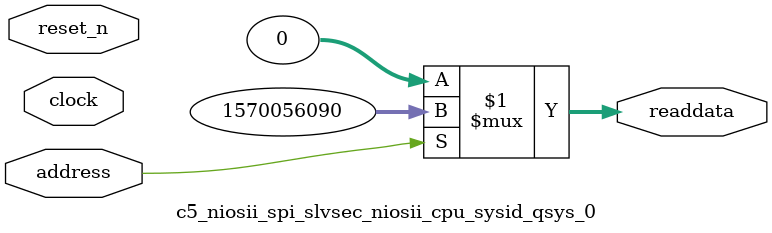
<source format=v>



// synthesis translate_off
`timescale 1ns / 1ps
// synthesis translate_on

// turn off superfluous verilog processor warnings 
// altera message_level Level1 
// altera message_off 10034 10035 10036 10037 10230 10240 10030 

module c5_niosii_spi_slvsec_niosii_cpu_sysid_qsys_0 (
               // inputs:
                address,
                clock,
                reset_n,

               // outputs:
                readdata
             )
;

  output  [ 31: 0] readdata;
  input            address;
  input            clock;
  input            reset_n;

  wire    [ 31: 0] readdata;
  //control_slave, which is an e_avalon_slave
  assign readdata = address ? 1570056090 : 0;

endmodule



</source>
